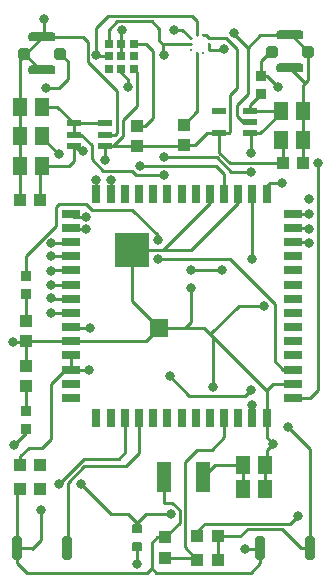
<source format=gbr>
%TF.GenerationSoftware,KiCad,Pcbnew,7.0.8*%
%TF.CreationDate,2023-10-19T11:53:07-06:00*%
%TF.ProjectId,air_station_1v5,6169725f-7374-4617-9469-6f6e5f317635,rev?*%
%TF.SameCoordinates,Original*%
%TF.FileFunction,Copper,L1,Top*%
%TF.FilePolarity,Positive*%
%FSLAX46Y46*%
G04 Gerber Fmt 4.6, Leading zero omitted, Abs format (unit mm)*
G04 Created by KiCad (PCBNEW 7.0.8) date 2023-10-19 11:53:07*
%MOMM*%
%LPD*%
G01*
G04 APERTURE LIST*
G04 Aperture macros list*
%AMRoundRect*
0 Rectangle with rounded corners*
0 $1 Rounding radius*
0 $2 $3 $4 $5 $6 $7 $8 $9 X,Y pos of 4 corners*
0 Add a 4 corners polygon primitive as box body*
4,1,4,$2,$3,$4,$5,$6,$7,$8,$9,$2,$3,0*
0 Add four circle primitives for the rounded corners*
1,1,$1+$1,$2,$3*
1,1,$1+$1,$4,$5*
1,1,$1+$1,$6,$7*
1,1,$1+$1,$8,$9*
0 Add four rect primitives between the rounded corners*
20,1,$1+$1,$2,$3,$4,$5,0*
20,1,$1+$1,$4,$5,$6,$7,0*
20,1,$1+$1,$6,$7,$8,$9,0*
20,1,$1+$1,$8,$9,$2,$3,0*%
G04 Aperture macros list end*
%TA.AperFunction,SMDPad,CuDef*%
%ADD10R,0.800000X0.750000*%
%TD*%
%TA.AperFunction,SMDPad,CuDef*%
%ADD11R,1.075000X1.000000*%
%TD*%
%TA.AperFunction,SMDPad,CuDef*%
%ADD12RoundRect,0.254000X0.254000X0.254000X-0.254000X0.254000X-0.254000X-0.254000X0.254000X-0.254000X0*%
%TD*%
%TA.AperFunction,SMDPad,CuDef*%
%ADD13RoundRect,0.190500X-0.952500X-0.190500X0.952500X-0.190500X0.952500X0.190500X-0.952500X0.190500X0*%
%TD*%
%TA.AperFunction,SMDPad,CuDef*%
%ADD14R,1.000000X1.075000*%
%TD*%
%TA.AperFunction,SMDPad,CuDef*%
%ADD15RoundRect,0.200000X0.200000X0.800000X-0.200000X0.800000X-0.200000X-0.800000X0.200000X-0.800000X0*%
%TD*%
%TA.AperFunction,SMDPad,CuDef*%
%ADD16R,1.240000X1.500000*%
%TD*%
%TA.AperFunction,SMDPad,CuDef*%
%ADD17R,1.200000X0.550000*%
%TD*%
%TA.AperFunction,SMDPad,CuDef*%
%ADD18RoundRect,0.111125X-0.333375X0.333375X-0.333375X-0.333375X0.333375X-0.333375X0.333375X0.333375X0*%
%TD*%
%TA.AperFunction,SMDPad,CuDef*%
%ADD19R,1.200000X2.500000*%
%TD*%
%TA.AperFunction,SMDPad,CuDef*%
%ADD20R,0.254000X0.279400*%
%TD*%
%TA.AperFunction,SMDPad,CuDef*%
%ADD21R,0.279400X0.254000*%
%TD*%
%TA.AperFunction,SMDPad,CuDef*%
%ADD22RoundRect,0.254000X-0.254000X-0.254000X0.254000X-0.254000X0.254000X0.254000X-0.254000X0.254000X0*%
%TD*%
%TA.AperFunction,SMDPad,CuDef*%
%ADD23RoundRect,0.190500X0.952500X0.190500X-0.952500X0.190500X-0.952500X-0.190500X0.952500X-0.190500X0*%
%TD*%
%TA.AperFunction,SMDPad,CuDef*%
%ADD24R,1.600000X0.800000*%
%TD*%
%TA.AperFunction,SMDPad,CuDef*%
%ADD25R,0.800000X1.600000*%
%TD*%
%TA.AperFunction,SMDPad,CuDef*%
%ADD26R,3.000000X3.000000*%
%TD*%
%TA.AperFunction,SMDPad,CuDef*%
%ADD27R,1.500000X1.500000*%
%TD*%
%TA.AperFunction,SMDPad,CuDef*%
%ADD28RoundRect,0.111125X0.333375X-0.333375X0.333375X0.333375X-0.333375X0.333375X-0.333375X-0.333375X0*%
%TD*%
%TA.AperFunction,SMDPad,CuDef*%
%ADD29RoundRect,0.095250X-0.349250X0.285750X-0.349250X-0.285750X0.349250X-0.285750X0.349250X0.285750X0*%
%TD*%
%TA.AperFunction,ViaPad*%
%ADD30C,0.800000*%
%TD*%
%TA.AperFunction,Conductor*%
%ADD31C,0.250000*%
%TD*%
G04 APERTURE END LIST*
D10*
%TO.P,X1,1,SDA/MOSI*%
%TO.N,/I2C2_SDA*%
X84641000Y-55304000D03*
%TO.P,X1,2,SCL/SCK*%
%TO.N,/I2C2_SCL*%
X84641000Y-56354000D03*
%TO.P,X1,3,A0/MISO*%
%TO.N,unconnected-(X1-A0{slash}MISO-Pad3)*%
X84641000Y-57404000D03*
%TO.P,X1,4,VDD*%
%TO.N,1.8V*%
X85691000Y-57404000D03*
%TO.P,X1,5,VDDIO*%
%TO.N,3.3V*%
X86741000Y-57404000D03*
%TO.P,X1,6,~{INT}*%
%TO.N,unconnected-(X1-~{INT}-Pad6)*%
X86741000Y-56354000D03*
%TO.P,X1,7,~{CS}*%
%TO.N,Net-(X1-~{CS})*%
X86741000Y-55304000D03*
%TO.P,X1,8,GND*%
%TO.N,GND*%
X85691000Y-55304000D03*
%TO.P,X1,9,GND*%
X85691000Y-56354000D03*
%TD*%
D11*
%TO.P,R4,1,1*%
%TO.N,/ADC0*%
X78850000Y-93000000D03*
%TO.P,R4,2,2*%
%TO.N,GND*%
X77150000Y-93000000D03*
%TD*%
D12*
%TO.P,GPS_ANTENNA,D,D*%
%TO.N,/GPS_RF*%
X98476000Y-56000000D03*
D13*
%TO.P,GPS_ANTENNA,GND1,GND1*%
%TO.N,GND*%
X100000000Y-54603000D03*
%TO.P,GPS_ANTENNA,GND2,GND2*%
X100000000Y-57397000D03*
D12*
%TO.P,GPS_ANTENNA,GND3,GND3*%
X101524000Y-56000000D03*
%TD*%
D14*
%TO.P,R6,1,1*%
%TO.N,GND*%
X77597000Y-80479000D03*
%TO.P,R6,2,2*%
%TO.N,Net-(D2-Pad-)*%
X77597000Y-78779000D03*
%TD*%
%TO.P,R10,1,1*%
%TO.N,Net-(X1-~{CS})*%
X87000000Y-62300000D03*
%TO.P,R10,2,2*%
%TO.N,3.3V*%
X87000000Y-64000000D03*
%TD*%
%TO.P,C5,1,1*%
%TO.N,/IO29*%
X89408000Y-98806000D03*
%TO.P,C5,2,2*%
%TO.N,GND*%
X89408000Y-97106000D03*
%TD*%
D15*
%TO.P,SW_RST1,1,1*%
%TO.N,/RESET*%
X81100000Y-98000000D03*
%TO.P,SW_RST1,2,2*%
%TO.N,GND*%
X76900000Y-98000000D03*
%TD*%
D16*
%TO.P,C12,1,1*%
%TO.N,+BATT*%
X99192000Y-60985392D03*
%TO.P,C12,2,2*%
%TO.N,GND*%
X101092000Y-60985392D03*
%TD*%
D11*
%TO.P,R3,1,1*%
%TO.N,+BATT*%
X77150000Y-91000000D03*
%TO.P,R3,2,2*%
%TO.N,/ADC0*%
X78850000Y-91000000D03*
%TD*%
D14*
%TO.P,R9,1,1*%
%TO.N,Net-(U5-CSB)*%
X91000000Y-62150000D03*
%TO.P,R9,2,2*%
%TO.N,3.3V*%
X91000000Y-63850000D03*
%TD*%
D17*
%TO.P,U7,1,VOUT2*%
%TO.N,3.3V*%
X84300000Y-63950000D03*
%TO.P,U7,2,GND*%
%TO.N,GND*%
X84300000Y-63000000D03*
%TO.P,U7,3,EN2*%
%TO.N,+BATT*%
X84300000Y-62050000D03*
%TO.P,U7,4,EN1*%
X81700000Y-62050000D03*
%TO.P,U7,5,VIN*%
X81700000Y-63000000D03*
%TO.P,U7,6,VOUT1*%
%TO.N,1.8V*%
X81700000Y-63950000D03*
%TD*%
D14*
%TO.P,R5,1,1*%
%TO.N,GND*%
X77597000Y-82589000D03*
%TO.P,R5,2,2*%
%TO.N,Net-(D1-Pad-)*%
X77597000Y-84289000D03*
%TD*%
D18*
%TO.P,D2,+,+*%
%TO.N,/IO28*%
X77597000Y-74930000D03*
%TO.P,D2,-,-*%
%TO.N,Net-(D2-Pad-)*%
X77597000Y-76454000D03*
%TD*%
D17*
%TO.P,U9,1,IN*%
%TO.N,+BATT*%
X96600200Y-62900000D03*
%TO.P,U9,2,GND*%
%TO.N,GND*%
X96600200Y-61950000D03*
%TO.P,U9,3,EN*%
%TO.N,+BATT*%
X96600200Y-61000000D03*
%TO.P,U9,4,P4*%
%TO.N,unconnected-(U9-P4-Pad4)*%
X94000000Y-61000000D03*
%TO.P,U9,5,OUT*%
%TO.N,3.3V*%
X94000000Y-62900000D03*
%TD*%
D16*
%TO.P,C9,1,1*%
%TO.N,3.3V*%
X79000000Y-63130000D03*
%TO.P,C9,2,2*%
%TO.N,GND*%
X77100000Y-63130000D03*
%TD*%
D11*
%TO.P,C11,1,1*%
%TO.N,1.8V*%
X78850000Y-68570000D03*
%TO.P,C11,2,2*%
%TO.N,GND*%
X77150000Y-68570000D03*
%TD*%
%TO.P,R1,1,1*%
%TO.N,/PWR_KEY*%
X93850000Y-97000000D03*
%TO.P,R1,2,2*%
%TO.N,/VIO*%
X92150000Y-97000000D03*
%TD*%
%TO.P,C14,1,1*%
%TO.N,3.3V*%
X99402000Y-65425392D03*
%TO.P,C14,2,2*%
%TO.N,GND*%
X101102000Y-65425392D03*
%TD*%
D16*
%TO.P,C10,1,1*%
%TO.N,1.8V*%
X79000000Y-65630000D03*
%TO.P,C10,2,2*%
%TO.N,GND*%
X77100000Y-65630000D03*
%TD*%
D19*
%TO.P,C3,A,+*%
%TO.N,/VIN_BAT*%
X92650000Y-92000000D03*
%TO.P,C3,C,-*%
%TO.N,GND*%
X89350000Y-92000000D03*
%TD*%
D16*
%TO.P,C2,1,1*%
%TO.N,GND*%
X97900000Y-93000000D03*
%TO.P,C2,2,2*%
%TO.N,/VIN_BAT*%
X96000000Y-93000000D03*
%TD*%
D11*
%TO.P,R2,1,1*%
%TO.N,/IO29*%
X92150000Y-99000000D03*
%TO.P,R2,2,2*%
%TO.N,/PWR_KEY*%
X93850000Y-99000000D03*
%TD*%
D16*
%TO.P,C8,1,1*%
%TO.N,+BATT*%
X79000000Y-60630000D03*
%TO.P,C8,2,2*%
%TO.N,GND*%
X77100000Y-60630000D03*
%TD*%
D18*
%TO.P,L2,1,1*%
%TO.N,/GPS_RF*%
X97536000Y-58039000D03*
%TO.P,L2,2,2*%
%TO.N,+BATT*%
X97536000Y-59563000D03*
%TD*%
D16*
%TO.P,C13,1,1*%
%TO.N,3.3V*%
X99192000Y-63485392D03*
%TO.P,C13,2,2*%
%TO.N,GND*%
X101092000Y-63485392D03*
%TD*%
D20*
%TO.P,U5,1,VDDIO*%
%TO.N,3.3V*%
X92584585Y-54575172D03*
%TO.P,U5,2,SCK*%
%TO.N,/I2C2_SCL*%
X92084585Y-54575172D03*
D21*
%TO.P,U5,3,VSS*%
%TO.N,GND*%
X91572585Y-54837173D03*
%TO.P,U5,4,SDI*%
%TO.N,/I2C2_SDA*%
X91572585Y-55337172D03*
%TO.P,U5,5,SDO*%
%TO.N,unconnected-(U5-SDO-Pad5)*%
X91572585Y-55837171D03*
D20*
%TO.P,U5,6,CSB*%
%TO.N,Net-(U5-CSB)*%
X92084585Y-56099172D03*
%TO.P,U5,7,INT*%
%TO.N,unconnected-(U5-INT-Pad7)*%
X92584585Y-56099172D03*
D21*
%TO.P,U5,8,VSS*%
%TO.N,GND*%
X93096585Y-55837171D03*
%TO.P,U5,9,VSS*%
X93096585Y-55337172D03*
%TO.P,U5,10,VDD*%
%TO.N,3.3V*%
X93096585Y-54837173D03*
%TD*%
D22*
%TO.P,GSM_ANTENNA,D,D*%
%TO.N,/GSM_RF*%
X80524000Y-56141642D03*
D23*
%TO.P,GSM_ANTENNA,GND1,GND1*%
%TO.N,GND*%
X79000000Y-57538642D03*
%TO.P,GSM_ANTENNA,GND2,GND2*%
X79000000Y-54744642D03*
D22*
%TO.P,GSM_ANTENNA,GND3,GND3*%
X77476000Y-56141642D03*
%TD*%
D24*
%TO.P,U1,1,I2C2_SCL*%
%TO.N,/I2C2_SCL*%
X81400000Y-69700000D03*
%TO.P,U1,2,I2C2_SDA*%
%TO.N,/I2C2_SDA*%
X81400000Y-70900000D03*
%TO.P,U1,3,SD_D3*%
%TO.N,/SD_D3*%
X81400000Y-72100000D03*
%TO.P,U1,4,SD_D2*%
%TO.N,/SD_D2*%
X81400000Y-73300000D03*
%TO.P,U1,5,SD_D1*%
%TO.N,/SD_D1*%
X81400000Y-74500000D03*
%TO.P,U1,6,SD_D0*%
%TO.N,/SD_D0*%
X81400000Y-75700000D03*
%TO.P,U1,7,SD_CMD*%
%TO.N,/SD_CMD*%
X81400000Y-76900000D03*
%TO.P,U1,8,SD_CLK*%
%TO.N,/SD_CLK*%
X81400000Y-78100000D03*
%TO.P,U1,9,PWRKEY*%
%TO.N,/PWR_KEY*%
X81400000Y-79300000D03*
%TO.P,U1,10,GND*%
%TO.N,GND*%
X81400000Y-80500000D03*
%TO.P,U1,11,VBAT*%
%TO.N,+BATT*%
X81400000Y-81700000D03*
%TO.P,U1,12,VBAT@1*%
X81400000Y-82900000D03*
%TO.P,U1,13,SPK_P*%
%TO.N,unconnected-(U1-SPK_P-Pad13)*%
X81400000Y-84100000D03*
%TO.P,U1,14,SPK_N*%
%TO.N,unconnected-(U1-SPK_N-Pad14)*%
X81400000Y-85300000D03*
D25*
%TO.P,U1,15,ADC0*%
%TO.N,unconnected-(U1-ADC0-Pad15)*%
X83600000Y-87000000D03*
%TO.P,U1,16,ADC1*%
%TO.N,unconnected-(U1-ADC1-Pad16)*%
X84800000Y-87000000D03*
%TO.P,U1,17,VUSB*%
%TO.N,+5V*%
X86000000Y-87000000D03*
%TO.P,U1,18,RESET*%
%TO.N,/RESET*%
X87200000Y-87000000D03*
%TO.P,U1,19,LCD_CS*%
%TO.N,unconnected-(U1-LCD_CS-Pad19)*%
X88400000Y-87000000D03*
%TO.P,U1,20,LCD_RST*%
%TO.N,unconnected-(U1-LCD_RST-Pad20)*%
X89600000Y-87000000D03*
%TO.P,U1,21,LCD_DIO*%
%TO.N,unconnected-(U1-LCD_DIO-Pad21)*%
X90800000Y-87000000D03*
%TO.P,U1,22,LCD_SDC*%
%TO.N,unconnected-(U1-LCD_SDC-Pad22)*%
X92000000Y-87000000D03*
%TO.P,U1,23,LCD_SCK*%
%TO.N,unconnected-(U1-LCD_SCK-Pad23)*%
X93200000Y-87000000D03*
%TO.P,U1,24,IO29*%
%TO.N,/IO29*%
X94400000Y-87000000D03*
%TO.P,U1,25,IO26*%
%TO.N,unconnected-(U1-IO26-Pad25)*%
X95600000Y-87000000D03*
%TO.P,U1,26,IO27*%
%TO.N,/IO27*%
X96800000Y-87000000D03*
%TO.P,U1,27,GND@1*%
%TO.N,GND*%
X98000000Y-87000000D03*
D24*
%TO.P,U1,28,GPS_RF*%
%TO.N,/GPS_RF*%
X100200000Y-85300000D03*
%TO.P,U1,29,GND@2*%
%TO.N,GND*%
X100200000Y-84100000D03*
%TO.P,U1,30,IO28*%
%TO.N,/IO28*%
X100200000Y-82900000D03*
%TO.P,U1,31,IO30*%
%TO.N,unconnected-(U1-IO30-Pad31)*%
X100200000Y-81700000D03*
%TO.P,U1,32,IO25*%
%TO.N,unconnected-(U1-IO25-Pad32)*%
X100200000Y-80500000D03*
%TO.P,U1,33,MIC_N*%
%TO.N,unconnected-(U1-MIC_N-Pad33)*%
X100200000Y-79300000D03*
%TO.P,U1,34,MIC_P*%
%TO.N,unconnected-(U1-MIC_P-Pad34)*%
X100200000Y-78100000D03*
%TO.P,U1,35,USB_N*%
%TO.N,unconnected-(U1-USB_N-Pad35)*%
X100200000Y-76900000D03*
%TO.P,U1,36,USB_P*%
%TO.N,unconnected-(U1-USB_P-Pad36)*%
X100200000Y-75700000D03*
%TO.P,U1,37,HST_TXD*%
%TO.N,unconnected-(U1-HST_TXD-Pad37)*%
X100200000Y-74500000D03*
%TO.P,U1,38,HST_RXD*%
%TO.N,unconnected-(U1-HST_RXD-Pad38)*%
X100200000Y-73300000D03*
%TO.P,U1,39,SM0_DIO*%
%TO.N,/SIM_DATA*%
X100200000Y-72100000D03*
%TO.P,U1,40,VSM0*%
%TO.N,/SIM_VDD*%
X100200000Y-70900000D03*
%TO.P,U1,41,SM0_CLK*%
%TO.N,/SIM_CLK*%
X100200000Y-69700000D03*
D25*
%TO.P,U1,42,SM0_RST*%
%TO.N,/SIM_RST*%
X98000000Y-68000000D03*
%TO.P,U1,43,VIO*%
%TO.N,/VIO*%
X96800000Y-68000000D03*
%TO.P,U1,44,GND@3*%
%TO.N,GND*%
X95600000Y-68000000D03*
%TO.P,U1,45,GPRS_RF*%
%TO.N,/GSM_RF*%
X94400000Y-68000000D03*
%TO.P,U1,46,GND@4*%
%TO.N,GND*%
X93200000Y-68000000D03*
%TO.P,U1,47,UART2_RTS*%
%TO.N,unconnected-(U1-UART2_RTS-Pad47)*%
X92000000Y-68000000D03*
%TO.P,U1,48,UART2_CTS*%
%TO.N,unconnected-(U1-UART2_CTS-Pad48)*%
X90800000Y-68000000D03*
%TO.P,U1,49,UART2_RXD*%
%TO.N,unconnected-(U1-UART2_RXD-Pad49)*%
X89600000Y-68000000D03*
%TO.P,U1,50,UART2_TXD*%
%TO.N,unconnected-(U1-UART2_TXD-Pad50)*%
X88400000Y-68000000D03*
%TO.P,U1,51,UART1_RTS*%
%TO.N,unconnected-(U1-UART1_RTS-Pad51)*%
X87200000Y-68000000D03*
%TO.P,U1,52,UART1_CTS*%
%TO.N,unconnected-(U1-UART1_CTS-Pad52)*%
X86000000Y-68000000D03*
%TO.P,U1,53,UART1_RXD*%
%TO.N,/UART_RX*%
X84800000Y-68000000D03*
%TO.P,U1,54,UART1_TXD*%
%TO.N,/UART_TX*%
X83600000Y-68000000D03*
D26*
%TO.P,U1,55,GND@5*%
%TO.N,GND*%
X86600000Y-72800000D03*
D27*
%TO.P,U1,56,GND@6*%
X88900000Y-79400000D03*
%TD*%
D16*
%TO.P,C1,1,1*%
%TO.N,GND*%
X97900000Y-91000000D03*
%TO.P,C1,2,2*%
%TO.N,/VIN_BAT*%
X96000000Y-91000000D03*
%TD*%
D15*
%TO.P,SW_POW1,1,1*%
%TO.N,/PWR_KEY*%
X101669479Y-98000000D03*
%TO.P,SW_POW1,2,2*%
%TO.N,GND*%
X97469479Y-98000000D03*
%TD*%
D28*
%TO.P,D1,+,+*%
%TO.N,/IO27*%
X77597000Y-87884000D03*
%TO.P,D1,-,-*%
%TO.N,Net-(D1-Pad-)*%
X77597000Y-86360000D03*
%TD*%
D29*
%TO.P,CHG,+,+*%
%TO.N,+5V*%
X86995000Y-96393000D03*
%TO.P,CHG,-,-*%
%TO.N,Net-(CHG1-Pad-)*%
X86995000Y-97917000D03*
%TD*%
D30*
%TO.N,GND*%
X76497500Y-80518000D03*
X94361000Y-55753000D03*
X98552000Y-89154000D03*
X96139000Y-98044000D03*
X95250000Y-54356000D03*
X78867000Y-94742000D03*
X91567000Y-75946000D03*
X79121000Y-53213000D03*
X93472000Y-84328000D03*
X85725000Y-54133500D03*
X97790000Y-77470000D03*
X90170000Y-54102000D03*
%TO.N,/SD_D3*%
X79756000Y-72136000D03*
%TO.N,/SD_D2*%
X79756000Y-73279002D03*
%TO.N,/SD_CMD*%
X79756000Y-76835000D03*
%TO.N,3.3V*%
X84328000Y-65150500D03*
X80391000Y-64643000D03*
%TO.N,/SD_CLK*%
X79756000Y-78105000D03*
%TO.N,/SD_D0*%
X79756000Y-75692000D03*
%TO.N,/SD_D1*%
X79756000Y-74549000D03*
%TO.N,/GPS_RF*%
X98933000Y-58928000D03*
X102362000Y-65405000D03*
%TO.N,/UART_TX*%
X83600000Y-66802000D03*
%TO.N,/UART_RX*%
X94234000Y-74422000D03*
X91567000Y-74422000D03*
X84800000Y-66802000D03*
%TO.N,/I2C2_SDA*%
X89281000Y-56261000D03*
X82677000Y-70993000D03*
%TO.N,/I2C2_SCL*%
X82692945Y-69967011D03*
X83566000Y-56260500D03*
%TO.N,+BATT*%
X89281000Y-66421000D03*
X89281000Y-64934500D03*
X96647000Y-66167000D03*
X96647000Y-64516000D03*
X82931000Y-82931000D03*
%TO.N,/SIM_DATA*%
X101600000Y-72136000D03*
%TO.N,/SIM_VDD*%
X101600000Y-70993000D03*
%TO.N,/SIM_CLK*%
X101600000Y-69723000D03*
%TO.N,/SIM_RST*%
X99274878Y-67056000D03*
%TO.N,/GSM_RF*%
X79337500Y-59055000D03*
X87249000Y-65659000D03*
%TO.N,1.8V*%
X86233000Y-58928000D03*
X82423000Y-64426500D03*
%TO.N,/PWR_KEY*%
X89789000Y-83439000D03*
X83058000Y-79375000D03*
X99822000Y-87757000D03*
X96647000Y-84582000D03*
%TO.N,/IO27*%
X96774000Y-85852000D03*
X76581000Y-89281000D03*
%TO.N,/IO28*%
X88773000Y-73533000D03*
X88773000Y-71882000D03*
%TO.N,+5V*%
X82296000Y-92583000D03*
X80391000Y-92583000D03*
X89916000Y-95123000D03*
%TO.N,Net-(CHG1-Pad-)*%
X86995000Y-99314000D03*
%TO.N,/VIO*%
X100673500Y-95250000D03*
X96774000Y-73533000D03*
%TO.N,/SIM_VPP_UNCONN*%
X101600000Y-68453000D03*
%TD*%
D31*
%TO.N,/PWR_KEY*%
X101669479Y-89604479D02*
X101669479Y-98000000D01*
X99822000Y-87757000D02*
X101669479Y-89604479D01*
%TO.N,GND*%
X82430642Y-54744642D02*
X82841000Y-55155000D01*
X86600000Y-77100000D02*
X88900000Y-79400000D01*
X98552000Y-89154000D02*
X98508000Y-89154000D01*
X88900000Y-79400000D02*
X91059000Y-79400000D01*
X98000000Y-88602000D02*
X98000000Y-88519000D01*
X100000000Y-54603000D02*
X100127000Y-54603000D01*
X88265000Y-99695000D02*
X87884000Y-100076000D01*
X93472000Y-80137000D02*
X97987000Y-84652000D01*
X81379000Y-80479000D02*
X81400000Y-80500000D01*
X98508000Y-89154000D02*
X98000000Y-89662000D01*
X77597000Y-80479000D02*
X81379000Y-80479000D01*
X85691000Y-55304000D02*
X85691000Y-54167500D01*
X78873000Y-57538642D02*
X77476000Y-56141642D01*
X91600000Y-72800000D02*
X89200000Y-72800000D01*
X100127000Y-54603000D02*
X101524000Y-56000000D01*
X92837000Y-79502000D02*
X92735000Y-79400000D01*
X76497500Y-80518000D02*
X77558000Y-80518000D01*
X85691000Y-55304000D02*
X85691000Y-56354000D01*
X76900000Y-99252000D02*
X76900000Y-98000000D01*
X93281500Y-79819500D02*
X93154500Y-79819500D01*
X101092000Y-58821244D02*
X101258122Y-58655122D01*
X97790000Y-77470000D02*
X95631000Y-77470000D01*
X93472000Y-84328000D02*
X93472000Y-80137000D01*
X89350000Y-94176000D02*
X89994305Y-94176000D01*
X91567000Y-78892000D02*
X91059000Y-79400000D01*
X95600000Y-68800000D02*
X91600000Y-72800000D01*
X89994305Y-94176000D02*
X90641000Y-94822695D01*
X88265000Y-97536000D02*
X88265000Y-99695000D01*
X95250000Y-54356000D02*
X95250000Y-54483000D01*
X87884000Y-100076000D02*
X77724000Y-100076000D01*
X95250000Y-54483000D02*
X96393000Y-55626000D01*
X97416000Y-54603000D02*
X100000000Y-54603000D01*
X77100000Y-56644642D02*
X77603000Y-56141642D01*
X77100000Y-65630000D02*
X77100000Y-68520000D01*
X77100000Y-63130000D02*
X77100000Y-65630000D01*
X96139000Y-98044000D02*
X97425479Y-98044000D01*
X79121000Y-54623642D02*
X79000000Y-54744642D01*
X77558000Y-80518000D02*
X77597000Y-80479000D01*
X87800000Y-80500000D02*
X88900000Y-79400000D01*
X89408000Y-97106000D02*
X88695000Y-97106000D01*
X97900000Y-91000000D02*
X97900000Y-93000000D01*
X90641000Y-94822695D02*
X90641000Y-95873000D01*
X77100000Y-68520000D02*
X77150000Y-68570000D01*
X79121000Y-53213000D02*
X79121000Y-54623642D01*
X98000000Y-89662000D02*
X98000000Y-90900000D01*
X78061000Y-98000000D02*
X76900000Y-98000000D01*
X86600000Y-72800000D02*
X86600000Y-77100000D01*
X96000200Y-61950000D02*
X95504000Y-61453800D01*
X98000000Y-87000000D02*
X98000000Y-88519000D01*
X95504000Y-60452000D02*
X96393000Y-59563000D01*
X77100000Y-56517642D02*
X77476000Y-56141642D01*
X92837000Y-79502000D02*
X92710000Y-79375000D01*
X85209000Y-63000000D02*
X84300000Y-63000000D01*
X79000000Y-54617642D02*
X79000000Y-54744642D01*
X76900000Y-93250000D02*
X77150000Y-93000000D01*
X101092000Y-65415392D02*
X101102000Y-65425392D01*
X77597000Y-82589000D02*
X77597000Y-80479000D01*
X85344000Y-62865000D02*
X85209000Y-63000000D01*
X79000000Y-54744642D02*
X82430642Y-54744642D01*
X89200000Y-72800000D02*
X86600000Y-72800000D01*
X94276829Y-55837171D02*
X94361000Y-55753000D01*
X79000000Y-54744642D02*
X77603000Y-56141642D01*
X97469479Y-99253521D02*
X96647000Y-100076000D01*
X97987000Y-84652000D02*
X98000000Y-84652000D01*
X79000000Y-57538642D02*
X78873000Y-57538642D01*
X88646000Y-100076000D02*
X88265000Y-99695000D01*
X98000000Y-84652000D02*
X98552000Y-84100000D01*
X100200000Y-84100000D02*
X98552000Y-84100000D01*
X97425479Y-98044000D02*
X97469479Y-98000000D01*
X101524000Y-58389244D02*
X101258122Y-58655122D01*
X93200000Y-68800000D02*
X89200000Y-72800000D01*
X78867000Y-97282000D02*
X78105000Y-98044000D01*
X96647000Y-100076000D02*
X88646000Y-100076000D01*
X101092000Y-60985392D02*
X101092000Y-63485392D01*
X81400000Y-80500000D02*
X87800000Y-80500000D01*
X96393000Y-59563000D02*
X96393000Y-55626000D01*
X93096585Y-55337172D02*
X93096585Y-55837171D01*
X90837412Y-54102000D02*
X91572585Y-54837173D01*
X98000000Y-87000000D02*
X98000000Y-84652000D01*
X82841000Y-55155000D02*
X82841000Y-56838620D01*
X77100000Y-60630000D02*
X77100000Y-56517642D01*
X88695000Y-97106000D02*
X88265000Y-97536000D01*
X97469479Y-98000000D02*
X97469479Y-99253521D01*
X95504000Y-61453800D02*
X95504000Y-60452000D01*
X101524000Y-56000000D02*
X101524000Y-58389244D01*
X85344000Y-59341620D02*
X85344000Y-62865000D01*
X93096585Y-55837171D02*
X94276829Y-55837171D01*
X93200000Y-68000000D02*
X93200000Y-68800000D01*
X91567000Y-75946000D02*
X91567000Y-78892000D01*
X89350000Y-92000000D02*
X89350000Y-94176000D01*
X98552000Y-89154000D02*
X98000000Y-88602000D01*
X98000000Y-90900000D02*
X97900000Y-91000000D01*
X76900000Y-98000000D02*
X76900000Y-93250000D01*
X101092000Y-63485392D02*
X101092000Y-65415392D01*
X95631000Y-77470000D02*
X93281500Y-79819500D01*
X93154500Y-79819500D02*
X92837000Y-79502000D01*
X77724000Y-100076000D02*
X76900000Y-99252000D01*
X92735000Y-79400000D02*
X91059000Y-79400000D01*
X101258122Y-58655122D02*
X100000000Y-57397000D01*
X90170000Y-54102000D02*
X90837412Y-54102000D01*
X77100000Y-60630000D02*
X77100000Y-63130000D01*
X90641000Y-95873000D02*
X89408000Y-97106000D01*
X82841000Y-56838620D02*
X85344000Y-59341620D01*
X95600000Y-68000000D02*
X95600000Y-68800000D01*
X85691000Y-54167500D02*
X85725000Y-54133500D01*
X101092000Y-60985392D02*
X101092000Y-58821244D01*
X96393000Y-55626000D02*
X97416000Y-54603000D01*
X93472000Y-80137000D02*
X93154500Y-79819500D01*
X78867000Y-94742000D02*
X78867000Y-97282000D01*
X96600200Y-61950000D02*
X96000200Y-61950000D01*
%TO.N,/VIN_BAT*%
X93650000Y-91000000D02*
X92650000Y-92000000D01*
X96000000Y-91000000D02*
X93650000Y-91000000D01*
X96000000Y-91000000D02*
X96000000Y-93000000D01*
%TO.N,/IO29*%
X91091000Y-96059396D02*
X91091000Y-94636299D01*
X91059000Y-97909000D02*
X92150000Y-99000000D01*
X94400000Y-87000000D02*
X94400000Y-88607000D01*
X91059000Y-96091396D02*
X91059000Y-97909000D01*
X89408000Y-98806000D02*
X91956000Y-98806000D01*
X91059000Y-90678000D02*
X91059000Y-94604299D01*
X94400000Y-88607000D02*
X93345000Y-89662000D01*
X93345000Y-89662000D02*
X92075000Y-89662000D01*
X91059000Y-96091396D02*
X91091000Y-96059396D01*
X91091000Y-94636299D02*
X91059000Y-94604299D01*
X92075000Y-89662000D02*
X91059000Y-90678000D01*
X91956000Y-98806000D02*
X92150000Y-99000000D01*
%TO.N,/SD_D3*%
X79792000Y-72100000D02*
X79756000Y-72136000D01*
X81364000Y-72136000D02*
X81400000Y-72100000D01*
X79756000Y-72136000D02*
X81364000Y-72136000D01*
%TO.N,/SD_D2*%
X79776998Y-73300000D02*
X79756000Y-73279002D01*
X81400000Y-73300000D02*
X79776998Y-73300000D01*
%TO.N,/SD_CMD*%
X81400000Y-76900000D02*
X79821000Y-76900000D01*
X79821000Y-76900000D02*
X79756000Y-76835000D01*
%TO.N,3.3V*%
X92834584Y-54575172D02*
X93096585Y-54837173D01*
X87000000Y-64000000D02*
X90850000Y-64000000D01*
X90850000Y-64000000D02*
X91000000Y-63850000D01*
X85852000Y-61722000D02*
X86995000Y-60579000D01*
X94000000Y-62900000D02*
X94000000Y-62885000D01*
X91000000Y-63850000D02*
X91979000Y-63850000D01*
X86950000Y-63950000D02*
X87000000Y-64000000D01*
X91979000Y-63850000D02*
X92929000Y-62900000D01*
X85852000Y-63119000D02*
X85852000Y-61722000D01*
X94000000Y-64536000D02*
X94889392Y-65425392D01*
X94925000Y-59634000D02*
X95059500Y-59499500D01*
X99192000Y-63485392D02*
X98923392Y-63754000D01*
X85021000Y-63950000D02*
X85852000Y-63119000D01*
X84300000Y-63950000D02*
X85021000Y-63950000D01*
X94000000Y-62900000D02*
X94000000Y-64536000D01*
X94834000Y-62900000D02*
X94925000Y-62809000D01*
X95504000Y-59055000D02*
X95059500Y-59499500D01*
X94925000Y-62809000D02*
X94925000Y-59634000D01*
X84300000Y-63950000D02*
X86950000Y-63950000D01*
X94889392Y-65425392D02*
X99568122Y-65425392D01*
X95504000Y-55753000D02*
X95504000Y-59055000D01*
X79000000Y-63252000D02*
X80391000Y-64643000D01*
X94588173Y-54837173D02*
X95504000Y-55753000D01*
X93096585Y-54837173D02*
X94588173Y-54837173D01*
X86995000Y-60579000D02*
X86995000Y-57658000D01*
X86995000Y-57658000D02*
X86741000Y-57404000D01*
X94000000Y-62885000D02*
X93980000Y-62865000D01*
X94000000Y-62900000D02*
X94834000Y-62900000D01*
X84328000Y-65150500D02*
X84328000Y-63978000D01*
X92584585Y-54575172D02*
X92834584Y-54575172D01*
X99402000Y-63695392D02*
X99192000Y-63485392D01*
X92929000Y-62900000D02*
X94000000Y-62900000D01*
X84328000Y-63978000D02*
X84300000Y-63950000D01*
X79000000Y-63130000D02*
X79000000Y-63252000D01*
X99402000Y-65425392D02*
X99402000Y-63695392D01*
%TO.N,/SD_CLK*%
X81400000Y-78100000D02*
X79761000Y-78100000D01*
X79761000Y-78100000D02*
X79756000Y-78105000D01*
%TO.N,/SD_D0*%
X81400000Y-75700000D02*
X79764000Y-75700000D01*
X79764000Y-75700000D02*
X79756000Y-75692000D01*
%TO.N,/SD_D1*%
X81400000Y-74500000D02*
X79805000Y-74500000D01*
X79805000Y-74500000D02*
X79756000Y-74549000D01*
%TO.N,/GPS_RF*%
X102362000Y-65405000D02*
X102362000Y-84582000D01*
X98476000Y-56000000D02*
X98305000Y-56000000D01*
X102362000Y-84582000D02*
X102235000Y-84709000D01*
X98305000Y-56000000D02*
X97536000Y-56769000D01*
X101644000Y-85300000D02*
X100200000Y-85300000D01*
X97536000Y-58039000D02*
X98044000Y-58039000D01*
X97536000Y-56769000D02*
X97536000Y-58039000D01*
X102235000Y-84709000D02*
X101644000Y-85300000D01*
X98044000Y-58039000D02*
X98933000Y-58928000D01*
%TO.N,/UART_TX*%
X83600000Y-66802000D02*
X83600000Y-68000000D01*
%TO.N,/UART_RX*%
X91567000Y-74422000D02*
X94234000Y-74422000D01*
X84800000Y-66802000D02*
X84800000Y-68000000D01*
%TO.N,/RESET*%
X87200000Y-89965000D02*
X87200000Y-87000000D01*
X86106000Y-91059000D02*
X87200000Y-89965000D01*
X81100000Y-98000000D02*
X81153000Y-97947000D01*
X82550000Y-91059000D02*
X86106000Y-91059000D01*
X81153000Y-97947000D02*
X81153000Y-92456000D01*
X81153000Y-92456000D02*
X82550000Y-91059000D01*
%TO.N,/I2C2_SDA*%
X82677000Y-70993000D02*
X81493000Y-70993000D01*
X81493000Y-70993000D02*
X81400000Y-70900000D01*
X89188828Y-56168828D02*
X89281000Y-56261000D01*
X84641000Y-54112000D02*
X85344000Y-53409000D01*
X85344000Y-53409000D02*
X88265000Y-53409000D01*
X88900000Y-54044000D02*
X88900000Y-55048344D01*
X88265000Y-53409000D02*
X88900000Y-54044000D01*
X89188828Y-55337172D02*
X89188828Y-56168828D01*
X89188828Y-55337172D02*
X91572585Y-55337172D01*
X88900000Y-55048344D02*
X89188828Y-55337172D01*
X84641000Y-55304000D02*
X84641000Y-54112000D01*
%TO.N,/I2C2_SCL*%
X83566000Y-53975000D02*
X84582000Y-52959000D01*
X81667011Y-69967011D02*
X81400000Y-69700000D01*
X91694000Y-52959000D02*
X92084585Y-53349585D01*
X84582000Y-52959000D02*
X91694000Y-52959000D01*
X82692945Y-69967011D02*
X81667011Y-69967011D01*
X83566000Y-56007000D02*
X83566000Y-53975000D01*
X83566000Y-56260500D02*
X83566000Y-56007000D01*
X84641000Y-56354000D02*
X83913000Y-56354000D01*
X83913000Y-56354000D02*
X83566000Y-56007000D01*
X92084585Y-53349585D02*
X92084585Y-54575172D01*
%TO.N,+BATT*%
X81700000Y-62050000D02*
X81700000Y-63000000D01*
X77851000Y-89535000D02*
X77150000Y-90236000D01*
X86985695Y-66421000D02*
X89281000Y-66421000D01*
X83185000Y-63885000D02*
X83185000Y-65032805D01*
X84192195Y-66040000D02*
X86604695Y-66040000D01*
X82931000Y-82931000D02*
X81431000Y-82931000D01*
X80280000Y-60630000D02*
X81700000Y-62050000D01*
X79000000Y-60630000D02*
X80280000Y-60630000D01*
X78994000Y-89535000D02*
X77851000Y-89535000D01*
X93762104Y-64934500D02*
X94994604Y-66167000D01*
X77150000Y-90236000D02*
X77150000Y-91000000D01*
X80940380Y-82900000D02*
X79756000Y-84084380D01*
X83185000Y-65032805D02*
X84192195Y-66040000D01*
X96600200Y-60498800D02*
X97536000Y-59563000D01*
X81400000Y-81700000D02*
X81400000Y-82900000D01*
X96647000Y-64516000D02*
X96647000Y-62946800D01*
X96600200Y-62900000D02*
X97443514Y-62900000D01*
X99177392Y-61000000D02*
X99192000Y-60985392D01*
X79756000Y-88773000D02*
X78994000Y-89535000D01*
X96597618Y-60997418D02*
X96600200Y-61000000D01*
X81431000Y-82931000D02*
X81400000Y-82900000D01*
X89281000Y-64934500D02*
X93762104Y-64934500D01*
X82300000Y-63000000D02*
X83185000Y-63885000D01*
X94994604Y-66167000D02*
X96647000Y-66167000D01*
X79756000Y-84084380D02*
X79756000Y-88773000D01*
X81700000Y-63000000D02*
X82300000Y-63000000D01*
X96647000Y-62946800D02*
X96600200Y-62900000D01*
X86604695Y-66040000D02*
X86985695Y-66421000D01*
X81400000Y-82900000D02*
X80940380Y-82900000D01*
X96614808Y-60985392D02*
X96600200Y-61000000D01*
X96600200Y-61000000D02*
X96600200Y-60498800D01*
X99192000Y-61151514D02*
X97443514Y-62900000D01*
X99192000Y-60985392D02*
X99192000Y-61151514D01*
X81700000Y-62050000D02*
X84300000Y-62050000D01*
X99192000Y-60985392D02*
X96614808Y-60985392D01*
%TO.N,/SIM_DATA*%
X101564000Y-72100000D02*
X100200000Y-72100000D01*
X101600000Y-72136000D02*
X101564000Y-72100000D01*
%TO.N,/SIM_VDD*%
X101507000Y-70900000D02*
X100200000Y-70900000D01*
X101600000Y-70993000D02*
X101507000Y-70900000D01*
%TO.N,/SIM_CLK*%
X101577000Y-69700000D02*
X100200000Y-69700000D01*
X101600000Y-69723000D02*
X101577000Y-69700000D01*
%TO.N,/SIM_RST*%
X98000000Y-68000000D02*
X98000000Y-67354000D01*
X98000000Y-67354000D02*
X98298000Y-67056000D01*
X98298000Y-67056000D02*
X99441000Y-67056000D01*
%TO.N,/GSM_RF*%
X93726000Y-65659000D02*
X88900000Y-65659000D01*
X81153000Y-56770642D02*
X80524000Y-56141642D01*
X87249000Y-65659000D02*
X88900000Y-65659000D01*
X88900000Y-65659000D02*
X88773000Y-65659000D01*
X94400000Y-68000000D02*
X94400000Y-66333000D01*
X94400000Y-66333000D02*
X93726000Y-65659000D01*
X81153000Y-58293000D02*
X81153000Y-56770642D01*
X80391000Y-59055000D02*
X81153000Y-58293000D01*
X79337500Y-59055000D02*
X80391000Y-59055000D01*
%TO.N,1.8V*%
X85691000Y-57751000D02*
X86233000Y-58293000D01*
X85691000Y-57404000D02*
X85691000Y-57751000D01*
X79000000Y-65630000D02*
X81309000Y-65630000D01*
X82176500Y-64426500D02*
X81700000Y-63950000D01*
X81700000Y-65239000D02*
X81700000Y-63950000D01*
X78850000Y-65780000D02*
X79000000Y-65630000D01*
X81309000Y-65630000D02*
X81700000Y-65239000D01*
X78850000Y-68570000D02*
X78850000Y-65780000D01*
X86233000Y-58293000D02*
X86233000Y-58928000D01*
X82423000Y-64426500D02*
X82176500Y-64426500D01*
%TO.N,/PWR_KEY*%
X95786000Y-97000000D02*
X96393000Y-96393000D01*
X96139000Y-85090000D02*
X96647000Y-84582000D01*
X89789000Y-83439000D02*
X91440000Y-85090000D01*
X83058000Y-79375000D02*
X81475000Y-79375000D01*
X96393000Y-96393000D02*
X99314000Y-96393000D01*
X91440000Y-85090000D02*
X96139000Y-85090000D01*
X100921000Y-98000000D02*
X101669479Y-98000000D01*
X93850000Y-97000000D02*
X93850000Y-99000000D01*
X99314000Y-96393000D02*
X100921000Y-98000000D01*
X81475000Y-79375000D02*
X81400000Y-79300000D01*
X93850000Y-97000000D02*
X95786000Y-97000000D01*
%TO.N,/IO27*%
X77597000Y-87884000D02*
X77597000Y-88265000D01*
X96774000Y-85852000D02*
X96800000Y-85878000D01*
X96800000Y-85878000D02*
X96800000Y-87000000D01*
X77597000Y-88265000D02*
X76581000Y-89281000D01*
%TO.N,/IO28*%
X88773000Y-71513380D02*
X86601620Y-69342000D01*
X77597000Y-73269695D02*
X77597000Y-74930000D01*
X98679000Y-82179000D02*
X99400000Y-82900000D01*
X94878305Y-73533000D02*
X98679000Y-77333695D01*
X83185000Y-69342000D02*
X82677000Y-68834000D01*
X82677000Y-68834000D02*
X80391000Y-68834000D01*
X98679000Y-77333695D02*
X98679000Y-82179000D01*
X80391000Y-68834000D02*
X80137000Y-69088000D01*
X88773000Y-73533000D02*
X94878305Y-73533000D01*
X88773000Y-71882000D02*
X88773000Y-71513380D01*
X86601620Y-69342000D02*
X83185000Y-69342000D01*
X99400000Y-82900000D02*
X100200000Y-82900000D01*
X80137000Y-69088000D02*
X80137000Y-70729695D01*
X80137000Y-70729695D02*
X77597000Y-73269695D01*
%TO.N,Net-(D1-Pad-)*%
X77597000Y-86360000D02*
X77597000Y-84289000D01*
%TO.N,Net-(D2-Pad-)*%
X77597000Y-78779000D02*
X77597000Y-76454000D01*
%TO.N,+5V*%
X86995000Y-95885000D02*
X87757000Y-95123000D01*
X85471000Y-90424000D02*
X86000000Y-89895000D01*
X87757000Y-95123000D02*
X89916000Y-95123000D01*
X84836000Y-95123000D02*
X86233000Y-95123000D01*
X86000000Y-89895000D02*
X86000000Y-87000000D01*
X86995000Y-96393000D02*
X86995000Y-95885000D01*
X80391000Y-92583000D02*
X82550000Y-90424000D01*
X82296000Y-92583000D02*
X84836000Y-95123000D01*
X82550000Y-90424000D02*
X85471000Y-90424000D01*
X86233000Y-95123000D02*
X86995000Y-95885000D01*
%TO.N,Net-(CHG1-Pad-)*%
X86995000Y-99314000D02*
X86995000Y-97917000D01*
%TO.N,/VIO*%
X96774000Y-73533000D02*
X96800000Y-73507000D01*
X96800000Y-73507000D02*
X96800000Y-68000000D01*
X92779000Y-95943000D02*
X92150000Y-96572000D01*
X92150000Y-96572000D02*
X92150000Y-97000000D01*
X99980500Y-95943000D02*
X92779000Y-95943000D01*
X100673500Y-95250000D02*
X99980500Y-95943000D01*
%TO.N,Net-(U5-CSB)*%
X92084585Y-61077415D02*
X92084585Y-56099172D01*
X91000000Y-62150000D02*
X92063000Y-61087000D01*
X92075000Y-61087000D02*
X92084585Y-61077415D01*
X92063000Y-61087000D02*
X92075000Y-61087000D01*
%TO.N,Net-(X1-~{CS})*%
X86741000Y-55304000D02*
X87816000Y-55304000D01*
X88392000Y-61595000D02*
X87687000Y-62300000D01*
X87816000Y-55304000D02*
X88392000Y-55880000D01*
X87687000Y-62300000D02*
X87000000Y-62300000D01*
X88392000Y-55880000D02*
X88392000Y-61595000D01*
%TD*%
M02*

</source>
